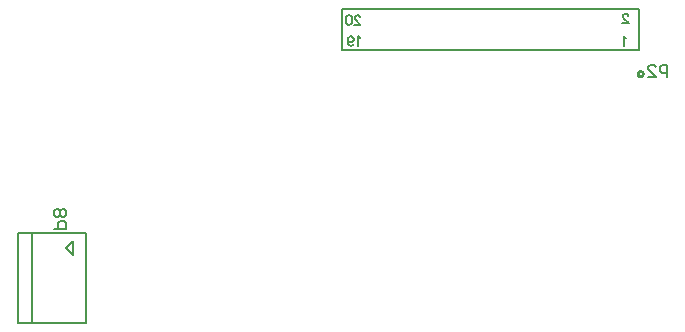
<source format=gbr>
%FSLAX23Y23*%
%MOIN*%
G70*
G01*
G75*
G04 Layer_Color=32896*
%ADD10C,0.089*%
%ADD11R,0.031X0.039*%
%ADD12R,0.012X0.059*%
%ADD13R,0.059X0.012*%
%ADD14R,0.043X0.039*%
%ADD15R,0.039X0.043*%
%ADD16R,0.087X0.043*%
%ADD17R,0.039X0.039*%
%ADD18R,0.043X0.087*%
%ADD19C,0.047*%
%ADD20R,0.079X0.098*%
%ADD21R,0.098X0.055*%
%ADD22R,0.118X0.055*%
%ADD23R,0.020X0.098*%
%ADD24R,0.039X0.024*%
%ADD25R,0.039X0.020*%
%ADD26R,0.051X0.059*%
%ADD27R,0.094X0.102*%
%ADD28R,0.079X0.020*%
%ADD29R,0.217X0.079*%
%ADD30R,0.059X0.051*%
%ADD31R,0.134X0.069*%
%ADD32R,0.041X0.069*%
%ADD33R,0.041X0.069*%
%ADD34R,0.047X0.024*%
%ADD35R,0.106X0.063*%
%ADD36R,0.079X0.114*%
%ADD37C,0.020*%
%ADD38C,0.012*%
%ADD39C,0.039*%
%ADD40C,0.008*%
%ADD41R,2.402X0.089*%
%ADD42R,0.089X2.411*%
%ADD43R,0.089X1.191*%
%ADD44C,0.098*%
%ADD45R,0.059X0.059*%
%ADD46C,0.059*%
%ADD47C,0.031*%
%ADD48C,0.039*%
%ADD49C,0.276*%
%ADD50C,0.035*%
%ADD51R,0.039X0.098*%
%ADD52C,0.010*%
%ADD53C,0.010*%
D40*
X356Y1675D02*
X380Y1698D01*
Y1651D02*
Y1698D01*
X356Y1675D02*
X380Y1651D01*
X242Y1425D02*
Y1725D01*
X195D02*
X423D01*
Y1425D02*
Y1725D01*
X195Y1425D02*
Y1725D01*
Y1425D02*
X423D01*
X1275Y2470D02*
X2265D01*
X1275Y2333D02*
Y2470D01*
Y2333D02*
X2265D01*
Y2470D01*
X2361Y2244D02*
Y2283D01*
X2342D01*
X2335Y2277D01*
Y2264D01*
X2342Y2257D01*
X2361D01*
X2296Y2244D02*
X2322D01*
X2296Y2270D01*
Y2277D01*
X2302Y2283D01*
X2315D01*
X2322Y2277D01*
X317Y1738D02*
X356D01*
Y1758D01*
X349Y1764D01*
X336D01*
X330Y1758D01*
Y1738D01*
X349Y1777D02*
X356Y1784D01*
Y1797D01*
X349Y1804D01*
X343D01*
X336Y1797D01*
X330Y1804D01*
X323D01*
X317Y1797D01*
Y1784D01*
X323Y1777D01*
X330D01*
X336Y1784D01*
X343Y1777D01*
X349D01*
X336Y1784D02*
Y1797D01*
X1337Y2443D02*
Y2445D01*
X1335Y2448D01*
X1334Y2449D01*
X1331Y2451D01*
X1325D01*
X1322Y2449D01*
X1320Y2448D01*
X1319Y2445D01*
Y2442D01*
X1320Y2439D01*
X1323Y2434D01*
X1338Y2419D01*
X1317D01*
X1301Y2451D02*
X1306Y2449D01*
X1309Y2445D01*
X1310Y2437D01*
Y2433D01*
X1309Y2425D01*
X1306Y2421D01*
X1301Y2419D01*
X1298D01*
X1294Y2421D01*
X1291Y2425D01*
X1289Y2433D01*
Y2437D01*
X1291Y2445D01*
X1294Y2449D01*
X1298Y2451D01*
X1301D01*
X1338Y2374D02*
X1335Y2375D01*
X1331Y2380D01*
Y2348D01*
X1296Y2369D02*
X1297Y2365D01*
X1300Y2362D01*
X1305Y2360D01*
X1306D01*
X1311Y2362D01*
X1314Y2365D01*
X1315Y2369D01*
Y2371D01*
X1314Y2375D01*
X1311Y2378D01*
X1306Y2380D01*
X1305D01*
X1300Y2378D01*
X1297Y2375D01*
X1296Y2369D01*
Y2362D01*
X1297Y2354D01*
X1300Y2350D01*
X1305Y2348D01*
X1308D01*
X1312Y2350D01*
X1314Y2353D01*
X2224Y2374D02*
X2221Y2375D01*
X2216Y2380D01*
Y2348D01*
X2230Y2447D02*
Y2449D01*
X2229Y2452D01*
X2227Y2453D01*
X2224Y2455D01*
X2218D01*
X2215Y2453D01*
X2214Y2452D01*
X2212Y2449D01*
Y2446D01*
X2214Y2443D01*
X2217Y2438D01*
X2232Y2423D01*
X2211D01*
D53*
X2281Y2254D02*
G03*
X2281Y2254I-9J0D01*
G01*
M02*

</source>
